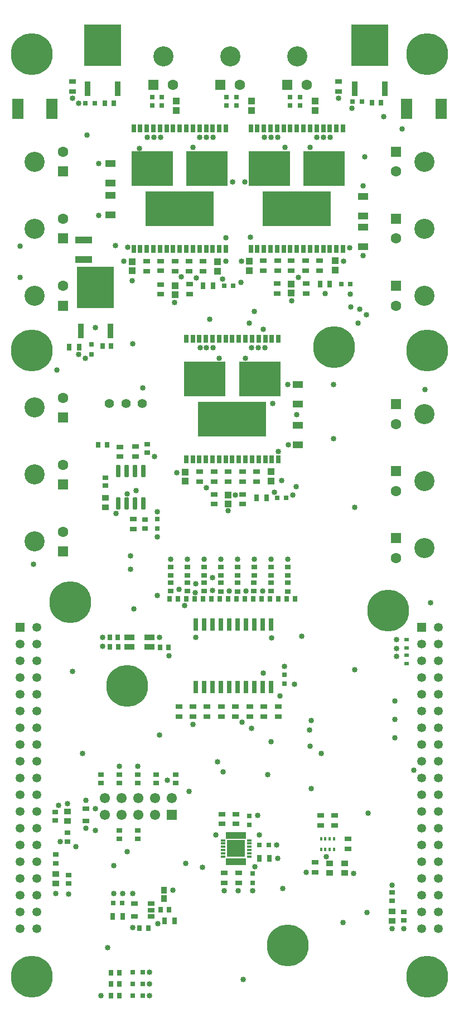
<source format=gts>
G04*
G04 #@! TF.GenerationSoftware,Altium Limited,Altium Designer,23.7.1 (13)*
G04*
G04 Layer_Color=8388736*
%FSLAX25Y25*%
%MOIN*%
G70*
G04*
G04 #@! TF.SameCoordinates,971C37BE-97D5-4A50-9DA2-DA4AE9E2F4D9*
G04*
G04*
G04 #@! TF.FilePolarity,Negative*
G04*
G01*
G75*
%ADD17R,0.03740X0.03150*%
%ADD18R,0.03937X0.03150*%
%ADD19R,0.03347X0.02953*%
%ADD20R,0.04134X0.03543*%
%ADD21R,0.03543X0.02953*%
%ADD22R,0.03150X0.03740*%
%ADD23R,0.02756X0.02756*%
G04:AMPARAMS|DCode=24|XSize=74.8mil|YSize=23.62mil|CornerRadius=2.95mil|HoleSize=0mil|Usage=FLASHONLY|Rotation=270.000|XOffset=0mil|YOffset=0mil|HoleType=Round|Shape=RoundedRectangle|*
%AMROUNDEDRECTD24*
21,1,0.07480,0.01772,0,0,270.0*
21,1,0.06890,0.02362,0,0,270.0*
1,1,0.00591,-0.00886,-0.03445*
1,1,0.00591,-0.00886,0.03445*
1,1,0.00591,0.00886,0.03445*
1,1,0.00591,0.00886,-0.03445*
%
%ADD24ROUNDEDRECTD24*%
%ADD25R,0.02756X0.02756*%
%ADD26R,0.02756X0.03347*%
%ADD27R,0.05906X0.03543*%
%ADD28R,0.21850X0.24803*%
%ADD29R,0.03543X0.08858*%
%ADD30R,0.06299X0.04134*%
%ADD31R,0.02677X0.05118*%
%ADD32R,0.24528X0.20669*%
%ADD33R,0.40551X0.20669*%
%ADD34R,0.03150X0.03150*%
%ADD35R,0.03150X0.01378*%
%ADD37R,0.10630X0.10236*%
%ADD38R,0.02756X0.02559*%
%ADD39R,0.03150X0.03937*%
%ADD40R,0.02953X0.03347*%
%ADD41R,0.04331X0.03937*%
%ADD42R,0.03150X0.03150*%
%ADD43R,0.09843X0.03937*%
%ADD44R,0.07008X0.12402*%
%ADD45R,0.03150X0.02362*%
G04:AMPARAMS|DCode=46|XSize=43.31mil|YSize=23.62mil|CornerRadius=2.01mil|HoleSize=0mil|Usage=FLASHONLY|Rotation=180.000|XOffset=0mil|YOffset=0mil|HoleType=Round|Shape=RoundedRectangle|*
%AMROUNDEDRECTD46*
21,1,0.04331,0.01961,0,0,180.0*
21,1,0.03929,0.02362,0,0,180.0*
1,1,0.00402,-0.01965,0.00980*
1,1,0.00402,0.01965,0.00980*
1,1,0.00402,0.01965,-0.00980*
1,1,0.00402,-0.01965,-0.00980*
%
%ADD46ROUNDEDRECTD46*%
%ADD47R,0.03591X0.04453*%
%ADD48R,0.01378X0.01968*%
%ADD49R,0.04134X0.03740*%
%ADD50R,0.02756X0.07677*%
%ADD51R,0.04134X0.03150*%
%ADD52R,0.02178X0.04147*%
%ADD53C,0.25000*%
%ADD54C,0.05512*%
%ADD55C,0.12008*%
%ADD56C,0.06319*%
%ADD57R,0.06319X0.06319*%
%ADD58R,0.06319X0.06319*%
%ADD59C,0.06102*%
%ADD60R,0.06102X0.06102*%
%ADD61R,0.05315X0.05315*%
%ADD62C,0.05315*%
%ADD63C,0.03347*%
%ADD64C,0.01968*%
D17*
X105500Y140559D02*
D03*
Y135441D02*
D03*
X83100Y107059D02*
D03*
Y101941D02*
D03*
X72000D02*
D03*
Y107059D02*
D03*
X94000Y135441D02*
D03*
Y140559D02*
D03*
X83000Y135441D02*
D03*
Y140559D02*
D03*
X61000Y135441D02*
D03*
Y140559D02*
D03*
X72000Y135441D02*
D03*
Y140559D02*
D03*
D18*
X80300Y293153D02*
D03*
Y287247D02*
D03*
X72200Y336206D02*
D03*
Y330300D02*
D03*
X81600Y336253D02*
D03*
Y330347D02*
D03*
X133400Y111000D02*
D03*
Y116905D02*
D03*
X141800Y110947D02*
D03*
Y116853D02*
D03*
X134800Y75695D02*
D03*
Y81600D02*
D03*
X143300D02*
D03*
Y75695D02*
D03*
X145600Y301947D02*
D03*
Y307853D02*
D03*
X137000Y321353D02*
D03*
Y315447D02*
D03*
X145500Y321353D02*
D03*
Y315447D02*
D03*
X154000Y321353D02*
D03*
Y315447D02*
D03*
X120000Y321353D02*
D03*
Y315447D02*
D03*
X128500Y301947D02*
D03*
Y307853D02*
D03*
Y321353D02*
D03*
Y315447D02*
D03*
X203000Y554453D02*
D03*
Y548547D02*
D03*
X44000Y554453D02*
D03*
Y548547D02*
D03*
X166300Y427900D02*
D03*
Y433806D02*
D03*
X183500Y427894D02*
D03*
Y433800D02*
D03*
X191600Y447353D02*
D03*
Y441447D02*
D03*
X183200Y447353D02*
D03*
Y441447D02*
D03*
X174700Y447405D02*
D03*
Y441500D02*
D03*
X166500Y447453D02*
D03*
Y441547D02*
D03*
X158100Y447453D02*
D03*
Y441547D02*
D03*
X113900Y427547D02*
D03*
Y433453D02*
D03*
X96700Y427300D02*
D03*
Y433206D02*
D03*
X122100Y447153D02*
D03*
Y441247D02*
D03*
X113700Y447153D02*
D03*
Y441247D02*
D03*
X105200Y447153D02*
D03*
Y441247D02*
D03*
X96700Y447200D02*
D03*
Y441294D02*
D03*
X88200Y447153D02*
D03*
Y441247D02*
D03*
X189000Y82047D02*
D03*
Y87953D02*
D03*
X208700Y96100D02*
D03*
Y102006D02*
D03*
X192400Y110047D02*
D03*
Y115953D02*
D03*
X200500Y110047D02*
D03*
Y115953D02*
D03*
X107500Y175047D02*
D03*
Y180953D02*
D03*
X115900Y175100D02*
D03*
Y181006D02*
D03*
X124400Y175100D02*
D03*
Y181006D02*
D03*
X132900Y175195D02*
D03*
Y181100D02*
D03*
X141400Y175147D02*
D03*
Y181053D02*
D03*
X149900Y175147D02*
D03*
Y181053D02*
D03*
X158400Y175147D02*
D03*
Y181053D02*
D03*
X166900Y175195D02*
D03*
Y181100D02*
D03*
D19*
X87200Y287541D02*
D03*
Y292659D02*
D03*
X88800Y332739D02*
D03*
Y337661D02*
D03*
X41500Y75539D02*
D03*
Y80461D02*
D03*
X34000Y92618D02*
D03*
Y87500D02*
D03*
X33500Y117961D02*
D03*
Y113039D02*
D03*
X41000Y100500D02*
D03*
Y105618D02*
D03*
X242000Y53539D02*
D03*
Y58461D02*
D03*
X235000Y70059D02*
D03*
Y64941D02*
D03*
X142500Y264559D02*
D03*
Y259441D02*
D03*
X152500Y264559D02*
D03*
Y259441D02*
D03*
X162500Y264559D02*
D03*
Y259441D02*
D03*
X172500Y264559D02*
D03*
Y259441D02*
D03*
X102500Y264559D02*
D03*
Y259441D02*
D03*
X112500Y264559D02*
D03*
Y259441D02*
D03*
X122500Y264559D02*
D03*
Y259441D02*
D03*
X132500Y264559D02*
D03*
Y259441D02*
D03*
X172500Y254941D02*
D03*
Y249823D02*
D03*
X162500Y255118D02*
D03*
Y250000D02*
D03*
X102500D02*
D03*
Y255118D02*
D03*
X112500Y250000D02*
D03*
Y255118D02*
D03*
X132500Y255000D02*
D03*
Y249882D02*
D03*
X122500Y255059D02*
D03*
Y249941D02*
D03*
X152461Y255059D02*
D03*
Y249941D02*
D03*
X142500Y255000D02*
D03*
Y249882D02*
D03*
D20*
X63500Y300146D02*
D03*
Y305854D02*
D03*
X34000Y81209D02*
D03*
Y75500D02*
D03*
X41000Y112646D02*
D03*
Y118354D02*
D03*
X235000Y58854D02*
D03*
Y53146D02*
D03*
D21*
X63500Y313138D02*
D03*
Y317862D02*
D03*
D22*
X59342Y337500D02*
D03*
X64657D02*
D03*
X228259Y541600D02*
D03*
X223141D02*
D03*
X66941Y22000D02*
D03*
X72059D02*
D03*
X67000Y15500D02*
D03*
X72118D02*
D03*
X66941Y8500D02*
D03*
X72059D02*
D03*
X61841Y396400D02*
D03*
X66959D02*
D03*
X63441Y541500D02*
D03*
X68559D02*
D03*
D23*
X94500Y287488D02*
D03*
Y293000D02*
D03*
X151500Y81356D02*
D03*
Y75844D02*
D03*
X170800Y194644D02*
D03*
Y200156D02*
D03*
D24*
X86400Y302335D02*
D03*
X81400D02*
D03*
X76400D02*
D03*
X71400D02*
D03*
Y321665D02*
D03*
X76400D02*
D03*
X81400D02*
D03*
X86400D02*
D03*
D25*
X171756Y305700D02*
D03*
X166244D02*
D03*
X161256Y98400D02*
D03*
X155744D02*
D03*
X204544Y433300D02*
D03*
X210056D02*
D03*
X134544Y432500D02*
D03*
X140056D02*
D03*
X68244Y63800D02*
D03*
X73756D02*
D03*
D26*
X96339Y216400D02*
D03*
X101261D02*
D03*
X66339Y216900D02*
D03*
X71261D02*
D03*
X66200Y222300D02*
D03*
X71121D02*
D03*
D27*
X90102Y216705D02*
D03*
Y222285D02*
D03*
X77898Y216715D02*
D03*
Y222285D02*
D03*
D28*
X57800Y431555D02*
D03*
X61900Y576055D02*
D03*
X221600D02*
D03*
D29*
X66776Y405571D02*
D03*
X48824D02*
D03*
X52924Y550071D02*
D03*
X70876D02*
D03*
X212624D02*
D03*
X230576D02*
D03*
D30*
X178500Y373307D02*
D03*
Y361693D02*
D03*
X66500Y505307D02*
D03*
Y493693D02*
D03*
X217500Y455693D02*
D03*
Y467307D02*
D03*
X178500Y337500D02*
D03*
Y349114D02*
D03*
X217500Y485807D02*
D03*
Y474193D02*
D03*
X66500Y474693D02*
D03*
Y486307D02*
D03*
D31*
X111919Y328654D02*
D03*
X115856D02*
D03*
X119793D02*
D03*
X123730D02*
D03*
X127667D02*
D03*
X131604D02*
D03*
X135541D02*
D03*
X139478D02*
D03*
X143415D02*
D03*
X147352D02*
D03*
X151289D02*
D03*
X155226D02*
D03*
X159163D02*
D03*
X163100D02*
D03*
X167037D02*
D03*
Y400702D02*
D03*
X163100D02*
D03*
X159163D02*
D03*
X155226D02*
D03*
X151289D02*
D03*
X147352D02*
D03*
X143415D02*
D03*
X139478D02*
D03*
X135541D02*
D03*
X131604D02*
D03*
X127667D02*
D03*
X123730D02*
D03*
X119793D02*
D03*
X115856D02*
D03*
X111919D02*
D03*
X150519Y454254D02*
D03*
X154456D02*
D03*
X158393D02*
D03*
X162330D02*
D03*
X166267D02*
D03*
X170204D02*
D03*
X174141D02*
D03*
X178078D02*
D03*
X182015D02*
D03*
X185952D02*
D03*
X189889D02*
D03*
X193826D02*
D03*
X197763D02*
D03*
X201700D02*
D03*
X205637D02*
D03*
Y526302D02*
D03*
X201700D02*
D03*
X197763D02*
D03*
X193826D02*
D03*
X189889D02*
D03*
X185952D02*
D03*
X182015D02*
D03*
X178078D02*
D03*
X174141D02*
D03*
X170204D02*
D03*
X166267D02*
D03*
X162330D02*
D03*
X158393D02*
D03*
X154456D02*
D03*
X150519D02*
D03*
X80519D02*
D03*
X84456D02*
D03*
X88393D02*
D03*
X92330D02*
D03*
X96267D02*
D03*
X100204D02*
D03*
X104141D02*
D03*
X108078D02*
D03*
X112015D02*
D03*
X115952D02*
D03*
X119889D02*
D03*
X123826D02*
D03*
X127763D02*
D03*
X131700D02*
D03*
X135637D02*
D03*
Y454254D02*
D03*
X131700D02*
D03*
X127763D02*
D03*
X123826D02*
D03*
X119889D02*
D03*
X115952D02*
D03*
X112015D02*
D03*
X108078D02*
D03*
X104141D02*
D03*
X100204D02*
D03*
X96267D02*
D03*
X92330D02*
D03*
X88393D02*
D03*
X84456D02*
D03*
X80519D02*
D03*
D32*
X123080Y376686D02*
D03*
X155876D02*
D03*
X161680Y502286D02*
D03*
X194476D02*
D03*
X124476D02*
D03*
X91680D02*
D03*
D33*
X139478Y352670D02*
D03*
X178078Y478270D02*
D03*
X108078D02*
D03*
D34*
X80047Y8500D02*
D03*
X85952D02*
D03*
X80047Y22500D02*
D03*
X85952D02*
D03*
X80047Y15500D02*
D03*
X85952D02*
D03*
X141952Y540000D02*
D03*
X136047D02*
D03*
X136048Y545000D02*
D03*
X141953D02*
D03*
X179952Y540000D02*
D03*
X174047D02*
D03*
X174048Y545000D02*
D03*
X179953D02*
D03*
X97452Y540000D02*
D03*
X91547D02*
D03*
X91548Y545000D02*
D03*
X97453D02*
D03*
X211200Y542300D02*
D03*
X217106D02*
D03*
X51547Y541500D02*
D03*
X57452D02*
D03*
D35*
X133826Y101221D02*
D03*
Y99253D02*
D03*
Y97284D02*
D03*
Y95316D02*
D03*
Y93347D02*
D03*
Y91379D02*
D03*
X149574Y101221D02*
D03*
Y99253D02*
D03*
Y97284D02*
D03*
Y95316D02*
D03*
Y93347D02*
D03*
Y91379D02*
D03*
D37*
X141700Y96300D02*
D03*
D38*
X149700Y110442D02*
D03*
Y115758D02*
D03*
D39*
X155800Y90400D02*
D03*
X161706D02*
D03*
X154047Y305800D02*
D03*
X159953D02*
D03*
X42147Y395900D02*
D03*
X48053D02*
D03*
X191847Y433400D02*
D03*
X197753D02*
D03*
X122047Y432500D02*
D03*
X127953D02*
D03*
X104900Y53100D02*
D03*
X98994D02*
D03*
X73953Y55900D02*
D03*
X68047D02*
D03*
D40*
X84141Y48900D02*
D03*
X89259D02*
D03*
X132039Y245441D02*
D03*
X136961D02*
D03*
X122039D02*
D03*
X126961D02*
D03*
X112039Y245559D02*
D03*
X116961D02*
D03*
X102039D02*
D03*
X106961D02*
D03*
X172039Y245441D02*
D03*
X176961D02*
D03*
X162039Y245559D02*
D03*
X166961D02*
D03*
X152000Y245500D02*
D03*
X156921D02*
D03*
X142039Y245441D02*
D03*
X146961D02*
D03*
X101759Y59800D02*
D03*
X96641D02*
D03*
D41*
X151000Y542756D02*
D03*
Y537244D02*
D03*
X189000Y542756D02*
D03*
Y537244D02*
D03*
X106000Y542756D02*
D03*
Y537244D02*
D03*
X162700Y321356D02*
D03*
Y315844D02*
D03*
X137100Y301944D02*
D03*
Y307456D02*
D03*
X111200Y321112D02*
D03*
Y315600D02*
D03*
X201000Y447300D02*
D03*
Y441788D02*
D03*
X174800Y427944D02*
D03*
Y433456D02*
D03*
X149500Y447012D02*
D03*
Y441500D02*
D03*
X130800Y446756D02*
D03*
Y441244D02*
D03*
X79500Y446856D02*
D03*
Y441344D02*
D03*
X105200Y427044D02*
D03*
Y432556D02*
D03*
D42*
X55200Y391347D02*
D03*
Y397252D02*
D03*
D43*
X50700Y459905D02*
D03*
Y448095D02*
D03*
D44*
X264295Y538000D02*
D03*
X243705D02*
D03*
X11205D02*
D03*
X31795D02*
D03*
D45*
X243500Y215941D02*
D03*
Y221059D02*
D03*
Y211859D02*
D03*
Y206741D02*
D03*
D46*
X91100Y55800D02*
D03*
Y59540D02*
D03*
Y63280D02*
D03*
X80864D02*
D03*
Y55800D02*
D03*
D47*
X98500Y71322D02*
D03*
Y66278D02*
D03*
D48*
X192561Y102050D02*
D03*
X195121D02*
D03*
X197679D02*
D03*
X200239D02*
D03*
Y95750D02*
D03*
X197679D02*
D03*
X195121D02*
D03*
X192561D02*
D03*
D49*
X206500Y81646D02*
D03*
Y87354D02*
D03*
X197500D02*
D03*
Y81646D02*
D03*
D50*
X162800Y192798D02*
D03*
X157800D02*
D03*
X152800D02*
D03*
X147800D02*
D03*
X142800D02*
D03*
X137800D02*
D03*
X132800D02*
D03*
X127800D02*
D03*
X122800D02*
D03*
X117800D02*
D03*
Y230002D02*
D03*
X122800D02*
D03*
X127800D02*
D03*
X132800D02*
D03*
X137800D02*
D03*
X142800D02*
D03*
X147800D02*
D03*
X152800D02*
D03*
X157800D02*
D03*
X162800D02*
D03*
D51*
X52000Y112858D02*
D03*
Y120142D02*
D03*
D52*
X136779Y88524D02*
D03*
X138747D02*
D03*
X140716D02*
D03*
X142684D02*
D03*
X144653D02*
D03*
X146621D02*
D03*
X136779Y104076D02*
D03*
X138747D02*
D03*
X140716D02*
D03*
X142684D02*
D03*
X144653D02*
D03*
X146621D02*
D03*
D53*
X200307Y395614D02*
D03*
X19685Y393701D02*
D03*
X255906D02*
D03*
X76807Y193425D02*
D03*
X232795Y238386D02*
D03*
X42795Y243386D02*
D03*
X172795Y38386D02*
D03*
X255906Y570866D02*
D03*
X19685D02*
D03*
Y19685D02*
D03*
X255906D02*
D03*
D54*
X85785Y362000D02*
D03*
X75942D02*
D03*
X66100D02*
D03*
D55*
X254478Y275700D02*
D03*
X21222Y506500D02*
D03*
Y466500D02*
D03*
X254478D02*
D03*
Y506500D02*
D03*
X98194Y569308D02*
D03*
X178200Y569300D02*
D03*
X254478Y315700D02*
D03*
Y426400D02*
D03*
X21222Y359600D02*
D03*
Y319600D02*
D03*
Y279600D02*
D03*
Y426400D02*
D03*
X138200Y569300D02*
D03*
X254478Y355700D02*
D03*
D56*
X237470Y269795D02*
D03*
X38230Y512405D02*
D03*
Y472405D02*
D03*
X237470Y460595D02*
D03*
Y500595D02*
D03*
X104100Y552300D02*
D03*
X184106Y552292D02*
D03*
X237470Y309794D02*
D03*
Y420495D02*
D03*
X38230Y365506D02*
D03*
Y325505D02*
D03*
Y285506D02*
D03*
Y432305D02*
D03*
X144106Y552292D02*
D03*
X237470Y349795D02*
D03*
D57*
Y281606D02*
D03*
X38230Y500595D02*
D03*
Y460595D02*
D03*
X237470Y472405D02*
D03*
Y512405D02*
D03*
Y321605D02*
D03*
Y432305D02*
D03*
X38230Y353695D02*
D03*
Y313695D02*
D03*
Y273694D02*
D03*
Y420495D02*
D03*
X237470Y361606D02*
D03*
D58*
X92289Y552300D02*
D03*
X172294Y552292D02*
D03*
X132294D02*
D03*
D59*
X63307Y126425D02*
D03*
X73307D02*
D03*
X83307D02*
D03*
X93307D02*
D03*
X103307D02*
D03*
X63307Y116425D02*
D03*
X73307D02*
D03*
X83307D02*
D03*
X93307D02*
D03*
D60*
X103307D02*
D03*
D61*
X12795Y228386D02*
D03*
X252795D02*
D03*
D62*
X22795D02*
D03*
X12795Y218386D02*
D03*
X22795D02*
D03*
X12795Y208386D02*
D03*
X22795D02*
D03*
X12795Y198386D02*
D03*
X22795D02*
D03*
X12795Y188386D02*
D03*
X22795D02*
D03*
X12795Y178386D02*
D03*
X22795D02*
D03*
X12795Y168386D02*
D03*
X22795D02*
D03*
X12795Y158386D02*
D03*
X22795D02*
D03*
X12795Y148386D02*
D03*
X22795D02*
D03*
X12795Y138386D02*
D03*
X22795D02*
D03*
X12795Y128386D02*
D03*
X22795D02*
D03*
X12795Y118386D02*
D03*
X22795D02*
D03*
X12795Y108386D02*
D03*
X22795D02*
D03*
X12795Y98386D02*
D03*
X22795D02*
D03*
X12795Y88386D02*
D03*
X22795D02*
D03*
X12795Y78386D02*
D03*
X22795D02*
D03*
X12795Y68386D02*
D03*
X22795D02*
D03*
X12795Y58386D02*
D03*
X22795D02*
D03*
X12795Y48386D02*
D03*
X22795D02*
D03*
X262795Y228386D02*
D03*
X252795Y218386D02*
D03*
X262795D02*
D03*
X252795Y208386D02*
D03*
X262795D02*
D03*
X252795Y198386D02*
D03*
X262795D02*
D03*
X252795Y188386D02*
D03*
X262795D02*
D03*
X252795Y178386D02*
D03*
X262795D02*
D03*
X252795Y168386D02*
D03*
X262795D02*
D03*
X252795Y158386D02*
D03*
X262795D02*
D03*
X252795Y148386D02*
D03*
X262795D02*
D03*
X252795Y138386D02*
D03*
X262795D02*
D03*
X252795Y128386D02*
D03*
X262795D02*
D03*
X252795Y118386D02*
D03*
X262795D02*
D03*
X252795Y108386D02*
D03*
X262795D02*
D03*
X252795Y98386D02*
D03*
X262795D02*
D03*
X252795Y88386D02*
D03*
X262795D02*
D03*
X252795Y78386D02*
D03*
X262795D02*
D03*
X252795Y68386D02*
D03*
X262795D02*
D03*
X252795Y58386D02*
D03*
X262795D02*
D03*
X252795Y48386D02*
D03*
X262795D02*
D03*
D63*
X133500Y436500D02*
D03*
X135500Y447000D02*
D03*
Y461000D02*
D03*
X139500Y494500D02*
D03*
X149500Y410000D02*
D03*
X151000Y395500D02*
D03*
X144500Y434500D02*
D03*
X95830Y164045D02*
D03*
X44000Y202000D02*
D03*
X47606Y391500D02*
D03*
X51623Y389106D02*
D03*
X100500Y137000D02*
D03*
X113500Y130500D02*
D03*
X76500Y94500D02*
D03*
X237500Y211000D02*
D03*
Y215685D02*
D03*
Y221000D02*
D03*
X189894Y521000D02*
D03*
X210312Y419653D02*
D03*
X219500Y415000D02*
D03*
X214500Y410000D02*
D03*
X258000Y243000D02*
D03*
X120307Y395500D02*
D03*
X128000D02*
D03*
X158000Y406500D02*
D03*
X158975Y395475D02*
D03*
X177581Y312282D02*
D03*
X175749Y307293D02*
D03*
X164795Y309227D02*
D03*
X169000Y316000D02*
D03*
X82000Y310000D02*
D03*
X76500Y308000D02*
D03*
X78500Y263000D02*
D03*
X94500Y247500D02*
D03*
X117500Y254500D02*
D03*
X117230Y249192D02*
D03*
X186589Y172589D02*
D03*
X185500Y167000D02*
D03*
X195500Y91500D02*
D03*
X155500Y104500D02*
D03*
X154500Y116000D02*
D03*
X181000Y223000D02*
D03*
X86000Y371500D02*
D03*
X93000Y330500D02*
D03*
X94500Y297500D02*
D03*
X70000Y296500D02*
D03*
X57500Y407500D02*
D03*
X12500Y437500D02*
D03*
Y456000D02*
D03*
X126000Y412500D02*
D03*
X152500Y417000D02*
D03*
X212500Y300000D02*
D03*
X200000Y341000D02*
D03*
X236500Y162500D02*
D03*
Y173500D02*
D03*
Y184500D02*
D03*
X220500Y117500D02*
D03*
X220000Y58000D02*
D03*
X169500Y72500D02*
D03*
X146000Y18000D02*
D03*
X65000Y37000D02*
D03*
X68500Y86000D02*
D03*
X160500Y140500D02*
D03*
X50000Y153000D02*
D03*
X80491Y239388D02*
D03*
X34500Y382000D02*
D03*
X200000Y373500D02*
D03*
X254500Y370500D02*
D03*
X241000Y526000D02*
D03*
X218500Y509500D02*
D03*
X52500Y522500D02*
D03*
X96000Y222500D02*
D03*
X95000Y51500D02*
D03*
X121500Y85000D02*
D03*
X152500Y269000D02*
D03*
X130500Y148000D02*
D03*
X134000Y142000D02*
D03*
X162500Y160000D02*
D03*
X205500Y52000D02*
D03*
X145337Y171604D02*
D03*
X151000Y168000D02*
D03*
X186500Y132000D02*
D03*
X186000Y157500D02*
D03*
X212500Y203000D02*
D03*
X235000Y74500D02*
D03*
X212000Y81500D02*
D03*
X52000Y108500D02*
D03*
X111500Y87500D02*
D03*
X134500Y71000D02*
D03*
X153000Y85500D02*
D03*
X129500Y104500D02*
D03*
X90000Y22500D02*
D03*
Y15500D02*
D03*
Y8500D02*
D03*
X57500Y120000D02*
D03*
Y107000D02*
D03*
X192500Y153000D02*
D03*
X242000Y48500D02*
D03*
X235000D02*
D03*
X183500Y82000D02*
D03*
X166500Y90500D02*
D03*
X166000Y98500D02*
D03*
X151500Y71000D02*
D03*
X143000D02*
D03*
X104000Y71500D02*
D03*
X68500Y69500D02*
D03*
X80000Y49000D02*
D03*
X194911Y427911D02*
D03*
X41500Y69000D02*
D03*
X34000Y69500D02*
D03*
X80086Y69530D02*
D03*
X74000Y69500D02*
D03*
X217500Y450500D02*
D03*
X230000Y533500D02*
D03*
X116000Y170500D02*
D03*
X62000Y222500D02*
D03*
X248000Y143000D02*
D03*
X101500Y211500D02*
D03*
X62000Y217000D02*
D03*
X83000Y145500D02*
D03*
X46000Y97500D02*
D03*
X72000Y145500D02*
D03*
X74500Y447000D02*
D03*
X69500Y456500D02*
D03*
X41000Y123000D02*
D03*
X52000Y125000D02*
D03*
X80100Y397900D02*
D03*
X35500Y122000D02*
D03*
X147500Y250000D02*
D03*
X137500D02*
D03*
X127500Y250500D02*
D03*
X157500Y250000D02*
D03*
X111000Y241500D02*
D03*
X172500Y269000D02*
D03*
X162500D02*
D03*
X142500D02*
D03*
X132500D02*
D03*
X122500D02*
D03*
X112500D02*
D03*
X102500D02*
D03*
X61000Y8500D02*
D03*
X78500Y271000D02*
D03*
X36500Y100500D02*
D03*
X94500Y282500D02*
D03*
X150284Y461500D02*
D03*
X147000Y494500D02*
D03*
X127500Y258000D02*
D03*
X107500Y251136D02*
D03*
X20500Y266000D02*
D03*
X137000Y298000D02*
D03*
X141368Y307500D02*
D03*
X172500Y373500D02*
D03*
X173000Y337500D02*
D03*
X178000Y355500D02*
D03*
X59500Y505500D02*
D03*
X217500Y492000D02*
D03*
X59500Y474500D02*
D03*
X123937Y311904D02*
D03*
X106200Y320700D02*
D03*
X124000Y395500D02*
D03*
X131626Y389000D02*
D03*
X215500Y418500D02*
D03*
X210000Y427500D02*
D03*
X167000Y333486D02*
D03*
X175000Y423500D02*
D03*
X178934Y437393D02*
D03*
X109137Y437704D02*
D03*
X105000Y422500D02*
D03*
X117837Y436996D02*
D03*
X163500Y362000D02*
D03*
X79500Y435500D02*
D03*
X176500Y194500D02*
D03*
X168000Y187500D02*
D03*
X163000Y222000D02*
D03*
X117500Y222500D02*
D03*
X170500Y205000D02*
D03*
X158000Y201000D02*
D03*
X209500Y455000D02*
D03*
X186000Y515000D02*
D03*
X171000D02*
D03*
X77000Y455500D02*
D03*
X145000Y447000D02*
D03*
X155000Y395500D02*
D03*
X147374Y389000D02*
D03*
X115952Y515000D02*
D03*
X88500Y521000D02*
D03*
X84000Y514500D02*
D03*
X92500Y521000D02*
D03*
X96500D02*
D03*
X206000Y447000D02*
D03*
X198000Y521000D02*
D03*
X211000Y538500D02*
D03*
X44000Y544500D02*
D03*
X203000D02*
D03*
X47500Y541500D02*
D03*
X194000Y521000D02*
D03*
X166500D02*
D03*
X162500D02*
D03*
X158500D02*
D03*
X128000D02*
D03*
X124000D02*
D03*
X120000D02*
D03*
D64*
X139535Y94135D02*
D03*
X143865D02*
D03*
Y98465D02*
D03*
X139535D02*
D03*
M02*

</source>
